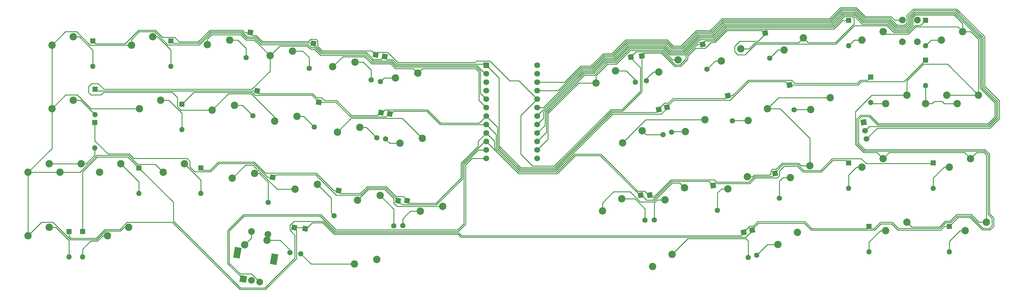
<source format=gbl>
G04 #@! TF.GenerationSoftware,KiCad,Pcbnew,(6.0.6-69-g6d26e8e3e8)*
G04 #@! TF.CreationDate,2022-07-20T16:20:59-04:00*
G04 #@! TF.ProjectId,alish40,616c6973-6834-4302-9e6b-696361645f70,rev?*
G04 #@! TF.SameCoordinates,Original*
G04 #@! TF.FileFunction,Copper,L2,Bot*
G04 #@! TF.FilePolarity,Positive*
%FSLAX46Y46*%
G04 Gerber Fmt 4.6, Leading zero omitted, Abs format (unit mm)*
G04 Created by KiCad (PCBNEW (6.0.6-69-g6d26e8e3e8)) date 2022-07-20 16:20:59*
%MOMM*%
%LPD*%
G01*
G04 APERTURE LIST*
G04 Aperture macros list*
%AMHorizOval*
0 Thick line with rounded ends*
0 $1 width*
0 $2 $3 position (X,Y) of the first rounded end (center of the circle)*
0 $4 $5 position (X,Y) of the second rounded end (center of the circle)*
0 Add line between two ends*
20,1,$1,$2,$3,$4,$5,0*
0 Add two circle primitives to create the rounded ends*
1,1,$1,$2,$3*
1,1,$1,$4,$5*%
%AMRotRect*
0 Rectangle, with rotation*
0 The origin of the aperture is its center*
0 $1 length*
0 $2 width*
0 $3 Rotation angle, in degrees counterclockwise*
0 Add horizontal line*
21,1,$1,$2,0,0,$3*%
G04 Aperture macros list end*
G04 #@! TA.AperFunction,ComponentPad*
%ADD10C,2.200000*%
G04 #@! TD*
G04 #@! TA.AperFunction,ComponentPad*
%ADD11R,1.752600X1.752600*%
G04 #@! TD*
G04 #@! TA.AperFunction,ComponentPad*
%ADD12C,1.752600*%
G04 #@! TD*
G04 #@! TA.AperFunction,WasherPad*
%ADD13RotRect,3.200000X2.000000X80.000000*%
G04 #@! TD*
G04 #@! TA.AperFunction,ComponentPad*
%ADD14RotRect,2.000000X2.000000X80.000000*%
G04 #@! TD*
G04 #@! TA.AperFunction,ComponentPad*
%ADD15C,2.000000*%
G04 #@! TD*
G04 #@! TA.AperFunction,ComponentPad*
%ADD16RotRect,1.600000X1.600000X260.000000*%
G04 #@! TD*
G04 #@! TA.AperFunction,ComponentPad*
%ADD17HorizOval,1.600000X0.000000X0.000000X0.000000X0.000000X0*%
G04 #@! TD*
G04 #@! TA.AperFunction,ComponentPad*
%ADD18R,1.600000X1.600000*%
G04 #@! TD*
G04 #@! TA.AperFunction,ComponentPad*
%ADD19O,1.600000X1.600000*%
G04 #@! TD*
G04 #@! TA.AperFunction,ComponentPad*
%ADD20RotRect,1.600000X1.600000X280.000000*%
G04 #@! TD*
G04 #@! TA.AperFunction,ComponentPad*
%ADD21HorizOval,1.600000X0.000000X0.000000X0.000000X0.000000X0*%
G04 #@! TD*
G04 #@! TA.AperFunction,ComponentPad*
%ADD22RotRect,1.700000X1.700000X190.000000*%
G04 #@! TD*
G04 #@! TA.AperFunction,ComponentPad*
%ADD23HorizOval,1.700000X0.000000X0.000000X0.000000X0.000000X0*%
G04 #@! TD*
G04 #@! TA.AperFunction,Conductor*
%ADD24C,0.250000*%
G04 #@! TD*
G04 APERTURE END LIST*
D10*
X308208825Y-122876886D03*
X302396362Y-126480964D03*
X289448236Y-126184884D03*
X283635773Y-129788962D03*
X80545231Y-141336596D03*
X74195231Y-143876596D03*
X113882731Y-103236597D03*
X107532731Y-105776597D03*
X192235694Y-114705828D03*
X185541098Y-116104574D03*
X104357731Y-141336595D03*
X98007731Y-143876595D03*
X251927062Y-132800881D03*
X246114599Y-136404959D03*
X135953930Y-104781836D03*
X129259334Y-106180582D03*
X330106250Y-120749998D03*
X323756250Y-123289998D03*
X142026392Y-125196453D03*
X135331796Y-126595199D03*
X154714521Y-108089834D03*
X148019925Y-109488580D03*
X361062501Y-139799999D03*
X354712501Y-142339999D03*
X153332371Y-88502249D03*
X146637775Y-89900995D03*
X111501000Y-84186597D03*
X105151000Y-86726597D03*
X257999358Y-112386292D03*
X252186895Y-115990370D03*
X306282976Y-84528711D03*
X300470513Y-88132789D03*
X337250000Y-101700000D03*
X330900000Y-104240000D03*
X337249999Y-139800000D03*
X330899999Y-142340000D03*
X250001212Y-94452705D03*
X244188749Y-98056783D03*
X198308159Y-135120446D03*
X191613563Y-136519192D03*
X276759945Y-109078295D03*
X270947482Y-112682373D03*
D11*
X211350000Y-92770687D03*
D12*
X211350000Y-95310687D03*
X211350000Y-97850687D03*
X211350000Y-100390687D03*
X211350000Y-102930687D03*
X211350000Y-105470687D03*
X211350000Y-108010687D03*
X211350000Y-110550687D03*
X211350000Y-113090687D03*
X211350000Y-115630687D03*
X211350000Y-118170687D03*
X211350000Y-120710687D03*
X226590000Y-120710687D03*
X226590000Y-118170687D03*
X226590000Y-115630687D03*
X226590000Y-113090687D03*
X226590000Y-110550687D03*
X226590000Y-108010687D03*
X226590000Y-105470687D03*
X226590000Y-102930687D03*
X226590000Y-100390687D03*
X226590000Y-97850687D03*
X226590000Y-95310687D03*
X226590000Y-92770687D03*
D10*
X90070230Y-122286596D03*
X83720230Y-124826596D03*
X190853545Y-95118243D03*
X184158949Y-96516989D03*
X160786987Y-128504451D03*
X154092391Y-129903197D03*
X314281120Y-102462298D03*
X308468657Y-106066376D03*
X270687649Y-129492882D03*
X264875186Y-133096960D03*
X172092957Y-91810242D03*
X165398361Y-93208988D03*
X295520535Y-105770297D03*
X289708072Y-109374375D03*
X134571780Y-85194249D03*
X127877184Y-86592995D03*
X173475103Y-111397831D03*
X166780507Y-112796577D03*
X268761802Y-91144706D03*
X262949339Y-94748784D03*
D13*
X136822118Y-148938909D03*
X147851964Y-150883769D03*
D14*
X138572660Y-156863277D03*
D15*
X143496699Y-157731518D03*
X141034680Y-157297397D03*
X146014598Y-143451805D03*
X141090559Y-142583564D03*
D10*
X287522390Y-87836709D03*
X281709927Y-91440787D03*
X87688981Y-84186597D03*
X81338981Y-86726597D03*
X304481601Y-142877973D03*
X298669138Y-146482051D03*
X178584649Y-150986538D03*
X171890053Y-152385284D03*
X80545231Y-122286596D03*
X74195231Y-124826596D03*
X266960426Y-149493968D03*
X261147963Y-153098046D03*
X101976481Y-122286597D03*
X95626481Y-124826597D03*
X353918751Y-82649999D03*
X347568751Y-85189999D03*
X145753622Y-145197539D03*
X139059026Y-146596285D03*
X349156250Y-101700000D03*
X342806250Y-104240000D03*
X330106252Y-82650002D03*
X323756252Y-85190002D03*
X358681249Y-101700001D03*
X352331249Y-104240001D03*
X179547571Y-131812449D03*
X172852975Y-133211195D03*
X87688981Y-103236597D03*
X81338981Y-105776597D03*
X356300000Y-120750001D03*
X349950000Y-123290001D03*
X121026481Y-122286599D03*
X114676481Y-124826599D03*
D16*
X153870000Y-141470000D03*
D17*
X152546801Y-148974235D03*
D18*
X94240000Y-99970000D03*
D19*
X94240000Y-107590000D03*
D20*
X254630000Y-90300000D03*
D21*
X255953199Y-97804235D03*
D18*
X94200000Y-109900000D03*
D19*
X94200000Y-117520000D03*
D20*
X276068401Y-86437883D03*
D21*
X277391600Y-93942118D03*
D18*
X125910000Y-123556599D03*
D19*
X125910000Y-131176599D03*
D18*
X326400000Y-96300000D03*
D19*
X326400000Y-103920000D03*
D16*
X178221600Y-89617883D03*
D17*
X176898401Y-97122118D03*
D18*
X345120000Y-122020001D03*
D19*
X345120000Y-129640001D03*
D16*
X142781600Y-100417883D03*
D17*
X141458401Y-107922118D03*
D16*
X179871600Y-106987883D03*
D17*
X178548401Y-114492118D03*
D18*
X93580000Y-85456597D03*
D19*
X93580000Y-93076597D03*
D20*
X297768401Y-125157883D03*
D21*
X299091600Y-132662118D03*
D16*
X182481600Y-107347883D03*
D17*
X181158401Y-114852118D03*
D18*
X325900000Y-141070000D03*
D19*
X325900000Y-148690000D03*
D15*
X340380000Y-85730000D03*
X340380000Y-79230000D03*
X335880000Y-85730000D03*
X335880000Y-79230000D03*
D20*
X288375000Y-142900000D03*
D21*
X289698199Y-150404235D03*
D18*
X342800000Y-79280000D03*
D19*
X342800000Y-86900000D03*
D18*
X120270000Y-104430000D03*
D19*
X120270000Y-112050000D03*
D20*
X279218401Y-128787883D03*
D21*
X280541600Y-136292118D03*
D18*
X342790000Y-91230000D03*
D19*
X342790000Y-98850000D03*
D18*
X107410000Y-123556597D03*
D19*
X107410000Y-131176597D03*
D20*
X290950000Y-142225000D03*
D21*
X292273199Y-149729235D03*
D20*
X283640000Y-101900000D03*
D21*
X284963199Y-109404235D03*
D18*
X319800000Y-79260000D03*
D19*
X319800000Y-86880000D03*
D18*
X319780000Y-122019998D03*
D19*
X319780000Y-129639998D03*
D16*
X180971600Y-90117883D03*
D17*
X179648401Y-97622118D03*
D16*
X157141600Y-141787883D03*
D17*
X155818401Y-149292118D03*
D18*
X116950000Y-85456597D03*
D19*
X116950000Y-93076597D03*
D18*
X349910000Y-141069999D03*
D19*
X349910000Y-148689999D03*
D22*
X324260000Y-109880000D03*
D23*
X324701066Y-112381412D03*
X325142133Y-114882823D03*
D20*
X260278401Y-131667883D03*
D21*
X261601600Y-139172118D03*
D20*
X294811448Y-83130483D03*
D21*
X296134647Y-90634718D03*
D16*
X159631600Y-86197883D03*
D17*
X158308401Y-93702118D03*
D20*
X257940000Y-89930000D03*
D21*
X259263199Y-97434235D03*
D16*
X184950000Y-133380000D03*
D17*
X183626801Y-140884235D03*
D16*
X161211600Y-103797883D03*
D17*
X159888401Y-111302118D03*
D20*
X262950000Y-106050000D03*
D21*
X264273199Y-113554235D03*
D18*
X90525000Y-142606595D03*
D19*
X90525000Y-150226595D03*
D16*
X167120000Y-130347883D03*
D17*
X165796801Y-137852118D03*
D18*
X86475000Y-142606596D03*
D19*
X86475000Y-150226596D03*
D16*
X187661600Y-133347883D03*
D17*
X186338401Y-140852118D03*
D20*
X257538401Y-131717883D03*
D21*
X258861600Y-139222118D03*
D20*
X302110000Y-98640000D03*
D21*
X303433199Y-106144235D03*
D20*
X265480000Y-105330000D03*
D21*
X266803199Y-112834235D03*
D16*
X147381600Y-126367883D03*
D17*
X146058401Y-133872118D03*
D16*
X140751600Y-82937883D03*
D17*
X139428401Y-90442118D03*
D24*
X93580000Y-88220000D02*
X93580000Y-93076597D01*
X89546597Y-84186597D02*
X93580000Y-88220000D01*
X87688981Y-84186597D02*
X89546597Y-84186597D01*
X111501000Y-84186597D02*
X112956597Y-84186597D01*
X116950000Y-88180000D02*
X116950000Y-93076597D01*
X112956597Y-84186597D02*
X116950000Y-88180000D01*
X276068401Y-86437883D02*
X274587835Y-86437883D01*
X269280000Y-92650000D02*
X267914282Y-92650000D01*
X112286198Y-82230480D02*
X107289520Y-82230480D01*
X160882885Y-85414534D02*
X160882885Y-87047167D01*
X279637161Y-85457120D02*
X283215083Y-81879198D01*
X158800000Y-84930000D02*
X160398351Y-84930000D01*
X221670000Y-107850687D02*
X221670000Y-119440000D01*
X254630000Y-90590000D02*
X254630000Y-90300000D01*
X271145000Y-89880718D02*
X271145000Y-90785000D01*
X207988080Y-91931920D02*
X184820271Y-91931920D01*
X128587125Y-82211440D02*
X125067605Y-85730960D01*
X140751600Y-82937883D02*
X139103601Y-82937883D01*
X256251285Y-88678715D02*
X254630000Y-90300000D01*
X221670000Y-119440000D02*
X225220000Y-122990000D01*
X160398351Y-84930000D02*
X160882885Y-85414534D01*
X94400480Y-86277077D02*
X93580000Y-85456597D01*
X144285374Y-85641440D02*
X158088560Y-85641440D01*
X138377159Y-82211440D02*
X128587125Y-82211440D01*
X218360935Y-97380000D02*
X212440935Y-91460000D01*
X162247638Y-88411920D02*
X177015637Y-88411920D01*
X257450480Y-93410480D02*
X254630000Y-90590000D01*
X276802880Y-85457120D02*
X279637161Y-85457120D01*
X276068401Y-86191599D02*
X276802880Y-85457120D01*
X318005718Y-79260000D02*
X319800000Y-79260000D01*
X103242923Y-86277077D02*
X94400480Y-86277077D01*
X142484414Y-83840480D02*
X144285374Y-85641440D01*
X107289520Y-82230480D02*
X103242923Y-86277077D01*
X226590000Y-102930687D02*
X221039313Y-97380000D01*
X276068401Y-86437883D02*
X276068401Y-86191599D01*
X315386520Y-81879198D02*
X318005718Y-79260000D01*
X158088560Y-85641440D02*
X158800000Y-84930000D01*
X181754949Y-88866598D02*
X178972885Y-88866598D01*
X140751600Y-82937883D02*
X140751600Y-83101600D01*
X271145000Y-90785000D02*
X269280000Y-92650000D01*
X283215083Y-81879198D02*
X315386520Y-81879198D01*
X251942842Y-106001440D02*
X257450480Y-100493802D01*
X178972885Y-88866598D02*
X178221600Y-89617883D01*
X263942997Y-88678715D02*
X256251285Y-88678715D01*
X274587835Y-86437883D02*
X271145000Y-89880718D01*
X208460000Y-91460000D02*
X207988080Y-91931920D01*
X160882885Y-87047167D02*
X162247638Y-88411920D01*
X118074511Y-84332086D02*
X114387804Y-84332086D01*
X248635714Y-106001440D02*
X251942842Y-106001440D01*
X140751600Y-83101600D02*
X141490480Y-83840480D01*
X119473385Y-85730960D02*
X118074511Y-84332086D01*
X139103601Y-82937883D02*
X138377159Y-82211440D01*
X257450480Y-100493802D02*
X257450480Y-93410480D01*
X226590000Y-102930687D02*
X221670000Y-107850687D01*
X141490480Y-83840480D02*
X142484414Y-83840480D01*
X212440935Y-91460000D02*
X208460000Y-91460000D01*
X231647153Y-122990000D02*
X248635714Y-106001440D01*
X184820271Y-91931920D02*
X181754949Y-88866598D01*
X225220000Y-122990000D02*
X231647153Y-122990000D01*
X267914282Y-92650000D02*
X263942997Y-88678715D01*
X221039313Y-97380000D02*
X218360935Y-97380000D01*
X114387804Y-84332086D02*
X112286198Y-82230480D01*
X125067605Y-85730960D02*
X119473385Y-85730960D01*
X177015637Y-88411920D02*
X178221600Y-89617883D01*
X116950000Y-85456597D02*
X117673883Y-86180480D01*
X285690000Y-88660000D02*
X285690000Y-87040000D01*
X273972268Y-87689168D02*
X271594520Y-90066916D01*
X181660480Y-91010480D02*
X183263114Y-91010480D01*
X257900000Y-89970000D02*
X257900000Y-100680000D01*
X258741765Y-89128235D02*
X257940000Y-89930000D01*
X271594520Y-90971197D02*
X269466198Y-93099520D01*
X292739040Y-85520960D02*
X294811448Y-83448552D01*
X294811448Y-83130483D02*
X294593047Y-83130483D01*
X263756799Y-89128235D02*
X258741765Y-89128235D01*
X128773323Y-82660960D02*
X138190961Y-82660960D01*
X287209040Y-85520960D02*
X292739040Y-85520960D01*
X337510987Y-82957600D02*
X333383007Y-82957600D01*
X183263114Y-91010480D02*
X184634074Y-92381440D01*
X159524677Y-86090960D02*
X159631600Y-86197883D01*
X159631600Y-86197883D02*
X159631600Y-86431600D01*
X321530000Y-80880000D02*
X315990000Y-86420000D01*
X292020000Y-86420000D02*
X288840000Y-89600000D01*
X278634278Y-85906640D02*
X276851750Y-87689168D01*
X221701705Y-123439520D02*
X215159040Y-116896855D01*
X288840000Y-89600000D02*
X286630000Y-89600000D01*
X279823358Y-85906640D02*
X278634278Y-85906640D01*
X215159040Y-96579727D02*
X211350000Y-92770687D01*
X117673883Y-86180480D02*
X125253802Y-86180480D01*
X257900000Y-100680000D02*
X252129040Y-106450960D01*
X184634074Y-92381440D02*
X210960753Y-92381440D01*
X331305407Y-80880000D02*
X321530000Y-80880000D01*
X342800000Y-79280000D02*
X341270000Y-80810000D01*
X294593047Y-83130483D02*
X293791282Y-82328718D01*
X294811448Y-83448552D02*
X294811448Y-83130483D01*
X293791282Y-82328718D02*
X283401280Y-82328718D01*
X231833351Y-123439520D02*
X221701705Y-123439520D01*
X248821911Y-106450960D02*
X231833351Y-123439520D01*
X271594520Y-90066916D02*
X271594520Y-90971197D01*
X125253802Y-86180480D02*
X128773323Y-82660960D01*
X333383007Y-82957600D02*
X331305407Y-80880000D01*
X175421440Y-88861440D02*
X177570480Y-91010480D01*
X144099176Y-86090960D02*
X159524677Y-86090960D01*
X210960753Y-92381440D02*
X211350000Y-92770687D01*
X162061440Y-88861440D02*
X175421440Y-88861440D01*
X257940000Y-89930000D02*
X257900000Y-89970000D01*
X180812117Y-90117883D02*
X180971600Y-90117883D01*
X285690000Y-87040000D02*
X287209040Y-85520960D01*
X286630000Y-89600000D02*
X285690000Y-88660000D01*
X159631600Y-86431600D02*
X162061440Y-88861440D01*
X180971600Y-90117883D02*
X180971600Y-90321600D01*
X276851750Y-87689168D02*
X273972268Y-87689168D01*
X267728084Y-93099520D02*
X263756799Y-89128235D01*
X180971600Y-90321600D02*
X181660480Y-91010480D01*
X179919520Y-91010480D02*
X180812117Y-90117883D01*
X142298216Y-84290000D02*
X144099176Y-86090960D01*
X283401280Y-82328718D02*
X279823358Y-85906640D01*
X177570480Y-91010480D02*
X179919520Y-91010480D01*
X215159040Y-116896855D02*
X215159040Y-96579727D01*
X315990000Y-86420000D02*
X292020000Y-86420000D01*
X139820001Y-84290000D02*
X142298216Y-84290000D01*
X269466198Y-93099520D02*
X267728084Y-93099520D01*
X138190961Y-82660960D02*
X139820001Y-84290000D01*
X341270000Y-80810000D02*
X339658587Y-80810000D01*
X252129040Y-106450960D02*
X248821911Y-106450960D01*
X339658587Y-80810000D02*
X337510987Y-82957600D01*
X283640000Y-102100000D02*
X282970000Y-102770000D01*
X143480480Y-101290480D02*
X142781600Y-100591600D01*
X302724634Y-97220000D02*
X289718238Y-97220000D01*
X170956198Y-107790480D02*
X166514081Y-103348363D01*
X221515507Y-123889040D02*
X214709520Y-117083053D01*
X162928363Y-103348363D02*
X162090000Y-102510000D01*
X326400000Y-96311686D02*
X325491686Y-97220000D01*
X142781600Y-100417883D02*
X94687883Y-100417883D01*
X181033402Y-106096598D02*
X193742316Y-106096598D01*
X162090000Y-102510000D02*
X160559435Y-102510000D01*
X282970000Y-102770000D02*
X267174282Y-102770000D01*
X323394282Y-97220000D02*
X322423802Y-98190480D01*
X94687883Y-100417883D02*
X94240000Y-99970000D01*
X179871600Y-106987883D02*
X180142117Y-106987883D01*
X193742316Y-106096598D02*
X197746885Y-110101167D01*
X214709520Y-117083053D02*
X214709520Y-111370207D01*
X325491686Y-97220000D02*
X323394282Y-97220000D01*
X249008109Y-106900480D02*
X232019548Y-123889040D01*
X262950000Y-106190000D02*
X262239520Y-106900480D01*
X142781600Y-100591600D02*
X142781600Y-100417883D01*
X214709520Y-111370207D02*
X211350000Y-108010687D01*
X326400000Y-96300000D02*
X326400000Y-96311686D01*
X262239520Y-106900480D02*
X249008109Y-106900480D01*
X303695114Y-98190480D02*
X302724634Y-97220000D01*
X262950000Y-106050000D02*
X262950000Y-106190000D01*
X322423802Y-98190480D02*
X303695114Y-98190480D01*
X289718238Y-97220000D02*
X285038238Y-101900000D01*
X197746885Y-110101167D02*
X209259520Y-110101167D01*
X262950000Y-105770000D02*
X262950000Y-106050000D01*
X160559435Y-102510000D02*
X159339915Y-101290480D01*
X166514081Y-103348363D02*
X162928363Y-103348363D01*
X265865567Y-104078715D02*
X264641285Y-104078715D01*
X232019548Y-123889040D02*
X221515507Y-123889040D01*
X267174282Y-102770000D02*
X265865567Y-104078715D01*
X179553077Y-106987883D02*
X178750480Y-107790480D01*
X178750480Y-107790480D02*
X170956198Y-107790480D01*
X285038238Y-101900000D02*
X283640000Y-101900000D01*
X283640000Y-101900000D02*
X283640000Y-102100000D01*
X209259520Y-110101167D02*
X211350000Y-108010687D01*
X180142117Y-106987883D02*
X181033402Y-106096598D01*
X159339915Y-101290480D02*
X143480480Y-101290480D01*
X179871600Y-106987883D02*
X179553077Y-106987883D01*
X264641285Y-104078715D02*
X262950000Y-105770000D01*
X322610000Y-98640000D02*
X302110000Y-98640000D01*
X284355114Y-103219520D02*
X267360480Y-103219520D01*
X166327883Y-103797883D02*
X170770000Y-108240000D01*
X182782117Y-107347883D02*
X183583882Y-106546118D01*
X141196486Y-100867403D02*
X142069083Y-101740000D01*
X181350000Y-108240000D02*
X182242117Y-107347883D01*
X249194307Y-107350000D02*
X232205747Y-124338560D01*
X336350480Y-97669520D02*
X323580480Y-97669520D01*
X342790000Y-91230000D02*
X336350480Y-97669520D01*
X142069083Y-101740000D02*
X159153717Y-101740000D01*
X267360480Y-103219520D02*
X265480000Y-105100000D01*
X159153717Y-101740000D02*
X161211600Y-103797883D01*
X302110000Y-98640000D02*
X301860000Y-98640000D01*
X232205747Y-124338560D02*
X221329309Y-124338560D01*
X265480000Y-105590000D02*
X263720000Y-107350000D01*
X182242117Y-107347883D02*
X182481600Y-107347883D01*
X265480000Y-105330000D02*
X265480000Y-105590000D01*
X265480000Y-105100000D02*
X265480000Y-105330000D01*
X214260000Y-113460687D02*
X211350000Y-110550687D01*
X301860000Y-98640000D02*
X300889520Y-97669520D01*
X182481600Y-107347883D02*
X182782117Y-107347883D01*
X197560687Y-110550687D02*
X211350000Y-110550687D01*
X214260000Y-117269251D02*
X214260000Y-113460687D01*
X183583882Y-106546118D02*
X193556118Y-106546118D01*
X263720000Y-107350000D02*
X249194307Y-107350000D01*
X193556118Y-106546118D02*
X197560687Y-110550687D01*
X300889520Y-97669520D02*
X289905114Y-97669520D01*
X221329309Y-124338560D02*
X214260000Y-117269251D01*
X123832597Y-100867403D02*
X141196486Y-100867403D01*
X323580480Y-97669520D02*
X322610000Y-98640000D01*
X289905114Y-97669520D02*
X284355114Y-103219520D01*
X120270000Y-104430000D02*
X123832597Y-100867403D01*
X170770000Y-108240000D02*
X181350000Y-108240000D01*
X161211600Y-103797883D02*
X166327883Y-103797883D01*
X311580478Y-124769520D02*
X315089998Y-121260000D01*
X278000038Y-127569520D02*
X266779044Y-127569520D01*
X291866198Y-126559520D02*
X298401398Y-126559520D01*
X175837973Y-129590480D02*
X173768452Y-131660000D01*
X196470832Y-134599168D02*
X204240480Y-126829520D01*
X94200000Y-109900000D02*
X94200000Y-115420000D01*
X181160480Y-129590480D02*
X175837973Y-129590480D01*
X261108084Y-133240480D02*
X259320480Y-133240480D01*
X184950000Y-133380000D02*
X186169168Y-134599168D01*
X160296118Y-125566118D02*
X148396118Y-125566118D01*
X211350000Y-115630687D02*
X220956913Y-125237600D01*
X124065600Y-124690000D02*
X122630000Y-123254400D01*
X315089998Y-121260000D02*
X319020002Y-121260000D01*
X279218401Y-128787883D02*
X278000038Y-127569520D01*
X147381600Y-126367883D02*
X145853601Y-126367883D01*
X184950000Y-133380000D02*
X181160480Y-129590480D01*
X237975741Y-119840000D02*
X245410000Y-119840000D01*
X257287883Y-131717883D02*
X257538401Y-131717883D01*
X259320480Y-133240480D02*
X257797883Y-131717883D01*
X279218401Y-128787883D02*
X279786764Y-128219520D01*
X122630000Y-121500000D02*
X121820000Y-120690000D01*
X131373520Y-122226480D02*
X128910000Y-124690000D01*
X148396118Y-125566118D02*
X147594353Y-126367883D01*
X122630000Y-123254400D02*
X122630000Y-121500000D01*
X319020002Y-121260000D02*
X319780000Y-122019998D01*
X257797883Y-131717883D02*
X257538401Y-131717883D01*
X279786764Y-128219520D02*
X290206198Y-128219520D01*
X210887877Y-115630687D02*
X211350000Y-115630687D01*
X299060000Y-124502002D02*
X300523922Y-123038080D01*
X232578141Y-125237600D02*
X237975741Y-119840000D01*
X204240480Y-126829520D02*
X204240480Y-122278084D01*
X220956913Y-125237600D02*
X232578141Y-125237600D01*
X204240480Y-122278084D02*
X210887877Y-115630687D01*
X166390000Y-131660000D02*
X160296118Y-125566118D01*
X94200000Y-115420000D02*
X98110960Y-119330960D01*
X121820000Y-120690000D02*
X105814838Y-120690000D01*
X147594353Y-126367883D02*
X147381600Y-126367883D01*
X141712198Y-122226480D02*
X131373520Y-122226480D01*
X266779044Y-127569520D02*
X261108084Y-133240480D01*
X105814838Y-120690000D02*
X104532419Y-119407581D01*
X104455797Y-119330960D02*
X98110960Y-119330960D01*
X306179741Y-124769520D02*
X311580478Y-124769520D01*
X104532419Y-119407581D02*
X104455797Y-119330960D01*
X128910000Y-124690000D02*
X124065600Y-124690000D01*
X186169168Y-134599168D02*
X196470832Y-134599168D01*
X300523922Y-123038080D02*
X304448301Y-123038080D01*
X298401398Y-126559520D02*
X299060000Y-125900918D01*
X290206198Y-128219520D02*
X291866198Y-126559520D01*
X173768452Y-131660000D02*
X166390000Y-131660000D01*
X245410000Y-119840000D02*
X257287883Y-131717883D01*
X304448301Y-123038080D02*
X306179741Y-124769520D01*
X299060000Y-125900918D02*
X299060000Y-124502002D01*
X145853601Y-126367883D02*
X141712198Y-122226480D01*
X128723802Y-124240480D02*
X126593881Y-124240480D01*
X345120000Y-122020001D02*
X344965492Y-122174509D01*
X145238034Y-125116598D02*
X141898395Y-121776960D01*
X232391944Y-124788080D02*
X221143111Y-124788080D01*
X258776598Y-130466598D02*
X256672316Y-130466598D01*
X167120000Y-130347883D02*
X167120000Y-130600000D01*
X237789544Y-119390480D02*
X232391944Y-124788080D01*
X186608715Y-132128715D02*
X187661600Y-133181600D01*
X126593881Y-124240480D02*
X125910000Y-123556599D01*
X280235152Y-127770000D02*
X279585152Y-127120000D01*
X260870518Y-132260000D02*
X260278401Y-131667883D01*
X323630480Y-120810480D02*
X314903801Y-120810480D01*
X131187323Y-121776960D02*
X128723802Y-124240480D01*
X261452846Y-132260000D02*
X260870518Y-132260000D01*
X245596198Y-119390480D02*
X237789544Y-119390480D01*
X300101440Y-122588560D02*
X297768401Y-124921599D01*
X324994509Y-122174509D02*
X323630480Y-120810480D01*
X297060000Y-126110000D02*
X291680000Y-126110000D01*
X344965492Y-122174509D02*
X324994509Y-122174509D01*
X167120000Y-130600000D02*
X167730480Y-131210480D01*
X314903801Y-120810480D02*
X311394281Y-124320000D01*
X213810480Y-115551167D02*
X211350000Y-113090687D01*
X297768401Y-125401599D02*
X297060000Y-126110000D01*
X266592846Y-127120000D02*
X261452846Y-132260000D01*
X160482316Y-125116598D02*
X145238034Y-125116598D01*
X208870000Y-117012846D02*
X208870000Y-115570687D01*
X297768401Y-125157883D02*
X297768401Y-125401599D01*
X279585152Y-127120000D02*
X266592846Y-127120000D01*
X304634499Y-122588560D02*
X300101440Y-122588560D01*
X291680000Y-126110000D02*
X290020000Y-127770000D01*
X213810480Y-117455448D02*
X213810480Y-115551167D01*
X167120000Y-130347883D02*
X165713601Y-130347883D01*
X221143111Y-124788080D02*
X213810480Y-117455448D01*
X196284634Y-134149648D02*
X203790960Y-126643322D01*
X203790960Y-126643322D02*
X203790960Y-122091886D01*
X306365939Y-124320000D02*
X304634499Y-122588560D01*
X187661600Y-133347883D02*
X187661600Y-133611600D01*
X181346678Y-129140960D02*
X184334433Y-132128715D01*
X259977883Y-131667883D02*
X258776598Y-130466598D01*
X187661600Y-133611600D02*
X188199648Y-134149648D01*
X260278401Y-131667883D02*
X259977883Y-131667883D01*
X203790960Y-122091886D02*
X208870000Y-117012846D01*
X187661600Y-133181600D02*
X187661600Y-133347883D01*
X141898395Y-121776960D02*
X131187323Y-121776960D01*
X175651776Y-129140960D02*
X181346678Y-129140960D01*
X256672316Y-130466598D02*
X252493323Y-126287606D01*
X297768401Y-124921599D02*
X297768401Y-125157883D01*
X188199648Y-134149648D02*
X196284634Y-134149648D01*
X252493323Y-126287606D02*
X245596198Y-119390480D01*
X311394281Y-124320000D02*
X306365939Y-124320000D01*
X184334433Y-132128715D02*
X186608715Y-132128715D01*
X290020000Y-127770000D02*
X280235152Y-127770000D01*
X165713601Y-130347883D02*
X160482316Y-125116598D01*
X173582254Y-131210480D02*
X175651776Y-129140960D01*
X167730480Y-131210480D02*
X173582254Y-131210480D01*
X208870000Y-115570687D02*
X211350000Y-113090687D01*
X203950480Y-143860480D02*
X203129168Y-143039168D01*
X337138593Y-82058560D02*
X338605969Y-80591185D01*
X334706198Y-141710480D02*
X332856197Y-139860480D01*
X290166651Y-140973715D02*
X288375000Y-142765366D01*
X137786198Y-159560480D02*
X117690000Y-139464282D01*
X145053802Y-159560480D02*
X137786198Y-159560480D01*
X363550000Y-104010000D02*
X363550000Y-108202846D01*
X325900000Y-141280000D02*
X325435009Y-141744991D01*
X266558111Y-88750960D02*
X270367604Y-88750960D01*
X228480000Y-108660686D02*
X228480000Y-106672850D01*
X228480000Y-106672850D02*
X240376835Y-94776014D01*
X154060480Y-143680480D02*
X154060480Y-150553802D01*
X324054278Y-79978560D02*
X331675402Y-79978560D01*
X329293802Y-139860480D02*
X327409291Y-141744991D01*
X361512021Y-119542022D02*
X361512021Y-137487739D01*
X162548563Y-139570000D02*
X153735366Y-139570000D01*
X348944511Y-139945488D02*
X347179519Y-141710480D01*
X203129168Y-143039168D02*
X166017732Y-143039168D01*
X359130769Y-84790770D02*
X359130769Y-99590769D01*
X333755402Y-82058560D02*
X337138593Y-82058560D01*
X362760480Y-138736198D02*
X362760480Y-140873802D01*
X324470000Y-118470000D02*
X360440000Y-118470000D01*
X264687786Y-86880635D02*
X266558111Y-88750960D01*
X328696678Y-110240960D02*
X326186198Y-107730480D01*
X325900000Y-141070000D02*
X325900000Y-141280000D01*
X359130769Y-99590769D02*
X363550000Y-104010000D01*
X270367604Y-88750960D02*
X275010005Y-84108560D01*
X306736197Y-139690480D02*
X292533802Y-139690480D01*
X166017732Y-143039168D02*
X162548563Y-139570000D01*
X363550000Y-108202846D02*
X361511886Y-110240960D01*
X361511886Y-110240960D02*
X328696678Y-110240960D01*
X322270480Y-108783802D02*
X322270480Y-116270479D01*
X360050480Y-141690480D02*
X356289520Y-137929520D01*
X94950000Y-120230000D02*
X104083403Y-120230000D01*
X104083403Y-120230000D02*
X107410000Y-123556597D01*
X338605969Y-80591185D02*
X338605969Y-78348314D01*
X247101408Y-91041440D02*
X249704278Y-91041440D01*
X323323802Y-107730480D02*
X322270480Y-108783802D01*
X352414761Y-137929520D02*
X350398793Y-139945488D01*
X152550000Y-142184634D02*
X153086651Y-142721285D01*
X322270480Y-116270479D02*
X324470000Y-118470000D01*
X360703322Y-118733323D02*
X361512021Y-119542022D01*
X226590000Y-110550687D02*
X228480000Y-108660686D01*
X291250567Y-140973715D02*
X290166651Y-140973715D01*
X288375000Y-142900000D02*
X288375000Y-143055000D01*
X318122117Y-77236449D02*
X321312167Y-77236449D01*
X282656492Y-80530638D02*
X314827926Y-80530638D01*
X152550000Y-140755366D02*
X152550000Y-142184634D01*
X243366833Y-94776014D02*
X247101408Y-91041440D01*
X90525000Y-124655000D02*
X94950000Y-120230000D01*
X153101285Y-142721285D02*
X154060480Y-143680480D01*
X338605969Y-78348314D02*
X339717834Y-77236449D01*
X117690000Y-139464282D02*
X117690000Y-133836597D01*
X361943802Y-141690480D02*
X360050480Y-141690480D01*
X154060480Y-150553802D02*
X145053802Y-159560480D01*
X326186198Y-107730480D02*
X323323802Y-107730480D01*
X308790709Y-141744991D02*
X306736197Y-139690480D01*
X288375000Y-143055000D02*
X287569520Y-143860480D01*
X339717834Y-77236449D02*
X351576448Y-77236449D01*
X117690000Y-133836597D02*
X107410000Y-123556597D01*
X331675402Y-79978560D02*
X333755402Y-82058560D01*
X279078568Y-84108560D02*
X282656492Y-80530638D01*
X321312167Y-77236449D02*
X324054278Y-79978560D01*
X362760480Y-140873802D02*
X361943802Y-141690480D01*
X240376835Y-94776014D02*
X243366833Y-94776014D01*
X327409291Y-141744991D02*
X326574991Y-141744991D01*
X153735366Y-139570000D02*
X152550000Y-140755366D01*
X90525000Y-142606595D02*
X90525000Y-124655000D01*
X292533802Y-139690480D02*
X291250567Y-140973715D01*
X287569520Y-143860480D02*
X203950480Y-143860480D01*
X325435009Y-141744991D02*
X308790709Y-141744991D01*
X356289520Y-137929520D02*
X352414761Y-137929520D01*
X361512021Y-137487739D02*
X362760480Y-138736198D01*
X350398793Y-139945488D02*
X348944511Y-139945488D01*
X332856197Y-139860480D02*
X329293802Y-139860480D01*
X360440000Y-118470000D02*
X360703322Y-118733323D01*
X326574991Y-141744991D02*
X325900000Y-141070000D01*
X347179519Y-141710480D02*
X334706198Y-141710480D01*
X153086651Y-142721285D02*
X153101285Y-142721285D01*
X249704278Y-91041440D02*
X253865084Y-86880635D01*
X351576448Y-77236449D02*
X359130769Y-84790770D01*
X275010005Y-84108560D02*
X279078568Y-84108560D01*
X253865084Y-86880635D02*
X264687786Y-86880635D01*
X314827926Y-80530638D02*
X318122117Y-77236449D01*
X288375000Y-142765366D02*
X288375000Y-142900000D01*
X323510000Y-108180000D02*
X326000000Y-108180000D01*
X278892369Y-83659040D02*
X274823806Y-83659040D01*
X359864282Y-142140000D02*
X362130000Y-142140000D01*
X317935919Y-76786929D02*
X317672597Y-77050252D01*
X266744310Y-88301440D02*
X264873985Y-86431115D01*
X203764282Y-144310000D02*
X202942970Y-143488688D01*
X362130000Y-142140000D02*
X363210000Y-141060000D01*
X153870000Y-141470000D02*
X156823717Y-141470000D01*
X292720000Y-140140000D02*
X290950000Y-141910000D01*
X157462117Y-141787883D02*
X157141600Y-141787883D01*
X101659520Y-141990480D02*
X97213802Y-141990480D01*
X332670000Y-140310000D02*
X329480000Y-140310000D01*
X253678887Y-86431115D02*
X249518080Y-90591920D01*
X274823806Y-83659040D02*
X270181406Y-88301440D01*
X334520000Y-142160000D02*
X332670000Y-140310000D01*
X349910000Y-141069999D02*
X348455718Y-141069999D01*
X243180635Y-94326494D02*
X240190639Y-94326494D01*
X226590000Y-107927132D02*
X226590000Y-108010687D01*
X363210000Y-141060000D02*
X363210000Y-138550000D01*
X308604511Y-142194511D02*
X306550000Y-140140000D01*
X290950000Y-142225000D02*
X290950000Y-142430000D01*
X359580289Y-99404571D02*
X359580289Y-84604572D01*
X324656198Y-118020480D02*
X322720000Y-116084282D01*
X348455718Y-141069999D02*
X347365717Y-142160000D01*
X322720000Y-116084282D02*
X322720000Y-108970000D01*
X352600959Y-138379040D02*
X356103322Y-138379040D01*
X103840000Y-139810000D02*
X101659520Y-141990480D01*
X290950000Y-141910000D02*
X290950000Y-142225000D01*
X328510480Y-110690480D02*
X361698084Y-110690480D01*
X159230480Y-140019520D02*
X157462117Y-141787883D01*
X162362366Y-140019520D02*
X159230480Y-140019520D01*
X356103322Y-138379040D02*
X359864282Y-142140000D01*
X306550000Y-140140000D02*
X292720000Y-140140000D01*
X282470291Y-80081118D02*
X278892369Y-83659040D01*
X359580289Y-84604572D02*
X351762646Y-76786929D01*
X86475000Y-144063564D02*
X86475000Y-142606596D01*
X94583802Y-144620480D02*
X87031916Y-144620480D01*
X331861600Y-79529040D02*
X324240476Y-79529040D01*
X289070000Y-144310000D02*
X203764282Y-144310000D01*
X246915211Y-90591920D02*
X243180635Y-94326494D01*
X347365717Y-142160000D02*
X334520000Y-142160000D01*
X240190639Y-94326494D02*
X226590000Y-107927132D01*
X329480000Y-140310000D02*
X327595489Y-142194511D01*
X363210000Y-138550000D02*
X361961541Y-137301541D01*
X145240000Y-160010000D02*
X137600000Y-160010000D01*
X363999520Y-108389044D02*
X363999520Y-103823803D01*
X321498365Y-76786929D02*
X317935919Y-76786929D01*
X361961541Y-119355824D02*
X360626197Y-118020480D01*
X363999520Y-103823803D02*
X359580289Y-99404571D01*
X336952395Y-81609040D02*
X333941600Y-81609040D01*
X338156449Y-80404987D02*
X336952395Y-81609040D01*
X327595489Y-142194511D02*
X308604511Y-142194511D01*
X339531636Y-76786929D02*
X338156449Y-78162116D01*
X290950000Y-142430000D02*
X289070000Y-144310000D01*
X333941600Y-81609040D02*
X331861600Y-79529040D01*
X87031916Y-144620480D02*
X86475000Y-144063564D01*
X97213802Y-141990480D02*
X94583802Y-144620480D01*
X153870000Y-141470000D02*
X154510000Y-142110000D01*
X154510000Y-142110000D02*
X154510000Y-150740000D01*
X338156449Y-78162116D02*
X338156449Y-80404987D01*
X264873985Y-86431115D02*
X253678887Y-86431115D01*
X361698084Y-110690480D02*
X363999520Y-108389044D01*
X165831534Y-143488688D02*
X162362366Y-140019520D01*
X117400000Y-139810000D02*
X103840000Y-139810000D01*
X322720000Y-108970000D02*
X323510000Y-108180000D01*
X156823717Y-141470000D02*
X157141600Y-141787883D01*
X326000000Y-108180000D02*
X328510480Y-110690480D01*
X137600000Y-160010000D02*
X117400000Y-139810000D01*
X360626197Y-118020480D02*
X324656198Y-118020480D01*
X314641728Y-80081118D02*
X282470291Y-80081118D01*
X249518080Y-90591920D02*
X246915211Y-90591920D01*
X270181406Y-88301440D02*
X266744310Y-88301440D01*
X317672597Y-77050252D02*
X314641728Y-80081118D01*
X324240476Y-79529040D02*
X321498365Y-76786929D01*
X154510000Y-150740000D02*
X145240000Y-160010000D01*
X361961541Y-137301541D02*
X361961541Y-119355824D01*
X351762646Y-76786929D02*
X339531636Y-76786929D01*
X202942970Y-143488688D02*
X165831534Y-143488688D01*
X349910000Y-141069999D02*
X352600959Y-138379040D01*
X134122993Y-101316923D02*
X141010288Y-101316923D01*
X184261679Y-93280480D02*
X208373326Y-93280480D01*
X159827252Y-87898688D02*
X161689045Y-89760480D01*
X148019925Y-108326560D02*
X148019925Y-109488580D01*
X177198085Y-91909520D02*
X182890718Y-91909520D01*
X139250995Y-122676000D02*
X141526000Y-122676000D01*
X119910582Y-106180582D02*
X118865000Y-105135000D01*
X157753366Y-86990000D02*
X158662055Y-87898688D01*
X129259334Y-106180582D02*
X134122993Y-101316923D01*
X146637775Y-89900995D02*
X141925820Y-85189040D01*
X96928363Y-99968363D02*
X141171637Y-99968363D01*
X175049045Y-89760480D02*
X177198085Y-91909520D01*
X117357403Y-100867403D02*
X96772597Y-100867403D01*
X92260000Y-100880000D02*
X92260000Y-99190000D01*
X209560000Y-101140687D02*
X211350000Y-102930687D01*
X149548770Y-86990000D02*
X157753366Y-86990000D01*
X148753197Y-129903197D02*
X154092391Y-129903197D01*
X209560000Y-94467154D02*
X209560000Y-101140687D01*
X141010288Y-101316923D02*
X148019925Y-108326560D01*
X96030000Y-101610000D02*
X92990000Y-101610000D01*
X118865000Y-102375000D02*
X117357403Y-100867403D01*
X146637775Y-89900995D02*
X149548770Y-86990000D01*
X182890718Y-91909520D02*
X184261679Y-93280480D01*
X137818566Y-83560000D02*
X129145718Y-83560000D01*
X141171637Y-99968363D02*
X146637775Y-94502225D01*
X146637775Y-94502225D02*
X146637775Y-89900995D01*
X141090559Y-144564752D02*
X139059026Y-146596285D01*
X93220000Y-98230000D02*
X95190000Y-98230000D01*
X158662055Y-87898688D02*
X159827252Y-87898688D01*
X141090559Y-142583564D02*
X141090559Y-144564752D01*
X129145718Y-83560000D02*
X127877184Y-84828534D01*
X127877184Y-84828534D02*
X127877184Y-86592995D01*
X92260000Y-99190000D02*
X93220000Y-98230000D01*
X96772597Y-100867403D02*
X96030000Y-101610000D01*
X118865000Y-105135000D02*
X118865000Y-102375000D01*
X141925820Y-85189040D02*
X139447606Y-85189040D01*
X141526000Y-122676000D02*
X148753197Y-129903197D01*
X139447606Y-85189040D02*
X137818566Y-83560000D01*
X208373326Y-93280480D02*
X209560000Y-94467154D01*
X95190000Y-98230000D02*
X96928363Y-99968363D01*
X135331796Y-126595199D02*
X139250995Y-122676000D01*
X161689045Y-89760480D02*
X175049045Y-89760480D01*
X129259334Y-106180582D02*
X119910582Y-106180582D01*
X92990000Y-101610000D02*
X92260000Y-100880000D01*
X207079313Y-120710687D02*
X211350000Y-120710687D01*
X166203930Y-142589648D02*
X202986070Y-142589648D01*
X134410000Y-152064899D02*
X134410000Y-142420000D01*
X202986070Y-142589648D02*
X205139520Y-140436198D01*
X161583802Y-137969520D02*
X166203930Y-142589648D01*
X138860480Y-137969520D02*
X161583802Y-137969520D01*
X134410000Y-142420000D02*
X138860480Y-137969520D01*
X137645101Y-155300000D02*
X134410000Y-152064899D01*
X141065181Y-155300000D02*
X137645101Y-155300000D01*
X205139520Y-140436198D02*
X205139520Y-122650480D01*
X205139520Y-122650480D02*
X207079313Y-120710687D01*
X143496699Y-157731518D02*
X141065181Y-155300000D01*
X208983595Y-118170687D02*
X211350000Y-118170687D01*
X133960480Y-142233802D02*
X138674283Y-137520000D01*
X161770000Y-137520000D02*
X166390128Y-142140128D01*
X166390128Y-142140128D02*
X202799872Y-142140128D01*
X133960480Y-152251096D02*
X133960480Y-142233802D01*
X204690000Y-122464282D02*
X208983595Y-118170687D01*
X202799872Y-142140128D02*
X204690000Y-140250000D01*
X138572660Y-156863277D02*
X133960480Y-152251096D01*
X204690000Y-140250000D02*
X204690000Y-122464282D01*
X138674283Y-137520000D02*
X161770000Y-137520000D01*
X246729013Y-90142400D02*
X246465691Y-90405723D01*
X324426673Y-79079520D02*
X321684562Y-76337409D01*
X253492689Y-85981595D02*
X253229367Y-86244918D01*
X314455530Y-79631598D02*
X282284094Y-79631598D01*
X249331882Y-90142400D02*
X246729013Y-90142400D01*
X269995208Y-87851920D02*
X266930507Y-87851920D01*
X332047797Y-79079520D02*
X324426673Y-79079520D01*
X324701066Y-112381412D02*
X325942478Y-111140000D01*
X278706172Y-83209520D02*
X274637608Y-83209520D01*
X282284094Y-79631598D02*
X278706172Y-83209520D01*
X360029809Y-99218373D02*
X360029809Y-84418374D01*
X274637608Y-83209520D02*
X269995208Y-87851920D01*
X253229367Y-86244918D02*
X249331882Y-90142400D01*
X334127797Y-81159520D02*
X332047797Y-79079520D01*
X246465691Y-90405723D02*
X242994437Y-93876974D01*
X265060182Y-85981595D02*
X253492689Y-85981595D01*
X337706929Y-80218789D02*
X336766198Y-81159520D01*
X339345438Y-76337409D02*
X337706929Y-77975918D01*
X364449040Y-108575241D02*
X364449040Y-103637605D01*
X240004441Y-93876974D02*
X228410728Y-105470687D01*
X336766198Y-81159520D02*
X334127797Y-81159520D01*
X242994437Y-93876974D02*
X240004441Y-93876974D01*
X361884282Y-111140000D02*
X364449040Y-108575241D01*
X228410728Y-105470687D02*
X226590000Y-105470687D01*
X337706929Y-77975918D02*
X337706929Y-80218789D01*
X351948843Y-76337409D02*
X339345438Y-76337409D01*
X317749721Y-76337410D02*
X314455530Y-79631598D01*
X360029809Y-84418374D02*
X351948843Y-76337409D01*
X364449040Y-103637605D02*
X360029809Y-99218373D01*
X325942478Y-111140000D02*
X361884282Y-111140000D01*
X321684562Y-76337409D02*
X317749721Y-76337410D01*
X266930507Y-87851920D02*
X265060182Y-85981595D01*
X328435436Y-111589520D02*
X362070480Y-111589520D01*
X246542815Y-89692881D02*
X242808242Y-93427454D01*
X324612870Y-78630000D02*
X321870759Y-75887889D01*
X360479329Y-99032175D02*
X360479329Y-84232176D01*
X337257409Y-77789720D02*
X337257409Y-80032591D01*
X339159240Y-75887889D02*
X337257409Y-77789720D01*
X321870759Y-75887889D02*
X317563524Y-75887890D01*
X314269332Y-79182078D02*
X282097896Y-79182078D01*
X278519974Y-82760000D02*
X274451410Y-82760000D01*
X332233994Y-78630000D02*
X324612870Y-78630000D01*
X334313994Y-80710000D02*
X332233994Y-78630000D01*
X232855010Y-100390687D02*
X226590000Y-100390687D01*
X267116705Y-87402400D02*
X265246379Y-85532075D01*
X337257409Y-80032591D02*
X336580000Y-80710000D01*
X352135040Y-75887889D02*
X339159240Y-75887889D01*
X282097896Y-79182078D02*
X278519974Y-82760000D01*
X364898560Y-108761438D02*
X364898560Y-103451407D01*
X274451410Y-82760000D02*
X269809010Y-87402400D01*
X364898560Y-103451407D02*
X360479329Y-99032175D01*
X269809010Y-87402400D02*
X267116705Y-87402400D01*
X325142133Y-114882823D02*
X328435436Y-111589520D01*
X317563524Y-75887890D02*
X314269332Y-79182078D01*
X265246379Y-85532075D02*
X253306488Y-85532076D01*
X253306488Y-85532076D02*
X249145684Y-89692880D01*
X239818243Y-93427454D02*
X232855010Y-100390687D01*
X336580000Y-80710000D02*
X334313994Y-80710000D01*
X242808242Y-93427454D02*
X239818243Y-93427454D01*
X362070480Y-111589520D02*
X364898560Y-108761438D01*
X249145684Y-89692880D02*
X246542815Y-89692881D01*
X360479329Y-84232176D02*
X352135040Y-75887889D01*
X143912978Y-86540480D02*
X157939564Y-86540480D01*
X85355578Y-82710000D02*
X88705718Y-82710000D01*
X81615718Y-139840000D02*
X86845718Y-145070000D01*
X142112018Y-84739520D02*
X143912978Y-86540480D01*
X94770000Y-145070000D02*
X97400000Y-142440000D01*
X93062315Y-105776597D02*
X107532731Y-105776597D01*
X116035718Y-86630000D02*
X125440000Y-86630000D01*
X158848252Y-87449168D02*
X160013450Y-87449168D01*
X89717686Y-124826596D02*
X94763803Y-119780480D01*
X138004763Y-83110480D02*
X139633803Y-84739520D01*
X81338981Y-86726597D02*
X85355578Y-82710000D01*
X81338981Y-117682846D02*
X74195231Y-124826596D01*
X175235242Y-89310960D02*
X177384282Y-91460000D01*
X74195231Y-124826596D02*
X74195231Y-143876596D01*
X211039251Y-95310687D02*
X211350000Y-95310687D01*
X104269600Y-119780480D02*
X106921207Y-122432086D01*
X88945718Y-101660000D02*
X93062315Y-105776597D01*
X106921207Y-122432086D02*
X112281968Y-122432086D01*
X81338981Y-105776597D02*
X85455578Y-101660000D01*
X107475718Y-82680000D02*
X112085718Y-82680000D01*
X74195231Y-143876596D02*
X78231827Y-139840000D01*
X88705718Y-82710000D02*
X92722315Y-86726597D01*
X94763803Y-119780480D02*
X104269600Y-119780480D01*
X184447876Y-92830960D02*
X208559524Y-92830960D01*
X177384282Y-91460000D02*
X183076916Y-91460000D01*
X112281968Y-122432086D02*
X114676481Y-124826599D01*
X112085718Y-82680000D02*
X116035718Y-86630000D01*
X157939564Y-86540480D02*
X158848252Y-87449168D01*
X85455578Y-101660000D02*
X88945718Y-101660000D01*
X81338981Y-86726597D02*
X81338981Y-105776597D01*
X83720230Y-124826596D02*
X74195231Y-124826596D01*
X183076916Y-91460000D02*
X184447876Y-92830960D01*
X97400000Y-142440000D02*
X101845718Y-142440000D01*
X139633803Y-84739520D02*
X142112018Y-84739520D01*
X78231827Y-139840000D02*
X81615718Y-139840000D01*
X92722315Y-86726597D02*
X105151000Y-86726597D01*
X102949123Y-141336595D02*
X104357731Y-141336595D01*
X86845718Y-145070000D02*
X94770000Y-145070000D01*
X81338981Y-105776597D02*
X81338981Y-117682846D01*
X101845718Y-142440000D02*
X102949123Y-141336595D01*
X105151000Y-86726597D02*
X105151000Y-85004718D01*
X125440000Y-86630000D02*
X128959520Y-83110480D01*
X161875242Y-89310960D02*
X175235242Y-89310960D01*
X128959520Y-83110480D02*
X138004763Y-83110480D01*
X83720230Y-124826596D02*
X89717686Y-124826596D01*
X208559524Y-92830960D02*
X211039251Y-95310687D01*
X160013450Y-87449168D02*
X161875242Y-89310960D01*
X105151000Y-85004718D02*
X107475718Y-82680000D01*
X209110480Y-94653352D02*
X209110480Y-103231167D01*
X208187128Y-93730000D02*
X209110480Y-94653352D01*
X183650000Y-134150000D02*
X183650000Y-132715718D01*
X198308159Y-135120446D02*
X198282394Y-135094681D01*
X170887084Y-108690000D02*
X166780507Y-112796577D01*
X184594681Y-135094681D02*
X183650000Y-134150000D01*
X165398361Y-93208988D02*
X168397349Y-90210000D01*
X176024170Y-130040000D02*
X172852975Y-133211195D01*
X186219866Y-108690000D02*
X170887084Y-108690000D01*
X189465302Y-93730000D02*
X190853545Y-95118243D01*
X192241788Y-93730000D02*
X208187128Y-93730000D01*
X183650000Y-132715718D02*
X180974282Y-130040000D01*
X180974282Y-130040000D02*
X176024170Y-130040000D01*
X190853545Y-95118243D02*
X192241788Y-93730000D01*
X198282394Y-135094681D02*
X184594681Y-135094681D01*
X168397349Y-90210000D02*
X174862848Y-90210000D01*
X184075482Y-93730000D02*
X189465302Y-93730000D01*
X209110480Y-103231167D02*
X211350000Y-105470687D01*
X182704520Y-92359040D02*
X184075482Y-93730000D01*
X192235694Y-114705828D02*
X186219866Y-108690000D01*
X177011888Y-92359040D02*
X182704520Y-92359040D01*
X174862848Y-90210000D02*
X177011888Y-92359040D01*
X239003217Y-98056783D02*
X229828560Y-107231440D01*
X229828560Y-114932127D02*
X226590000Y-118170687D01*
X244188749Y-95861251D02*
X244188749Y-98056783D01*
X270687649Y-129492882D02*
X269213807Y-128019040D01*
X250262870Y-92390000D02*
X247660000Y-92390000D01*
X229828560Y-107231440D02*
X229828560Y-114932127D01*
X254423675Y-88229195D02*
X250262870Y-92390000D01*
X269213807Y-128019040D02*
X266965243Y-128019040D01*
X261294283Y-133690000D02*
X257370000Y-133690000D01*
X257370000Y-133690000D02*
X254394779Y-130714779D01*
X246114599Y-134065401D02*
X246114599Y-136404959D01*
X247660000Y-92390000D02*
X244188749Y-95861251D01*
X264129195Y-88229195D02*
X254423675Y-88229195D01*
X268761802Y-91144706D02*
X267044706Y-91144706D01*
X249465221Y-130714779D02*
X246114599Y-134065401D01*
X259098970Y-109078295D02*
X252186895Y-115990370D01*
X244188749Y-98056783D02*
X239003217Y-98056783D01*
X267044706Y-91144706D02*
X264129195Y-88229195D01*
X276759945Y-109078295D02*
X259098970Y-109078295D01*
X254394779Y-130714779D02*
X249465221Y-130714779D01*
X266965243Y-128019040D02*
X261294283Y-133690000D01*
X279450963Y-85007600D02*
X275382400Y-85007600D01*
X298828534Y-102462298D02*
X295520535Y-105770297D01*
X308208825Y-122876886D02*
X308208825Y-114708825D01*
X229379040Y-107045243D02*
X229379040Y-112841647D01*
X275382400Y-85007600D02*
X270740000Y-89650000D01*
X321400000Y-78610978D02*
X320924511Y-78135489D01*
X296129520Y-125660480D02*
X296517116Y-125272884D01*
X264315392Y-87779675D02*
X254237478Y-87779675D01*
X291493803Y-125660480D02*
X296129520Y-125660480D01*
X290969398Y-126184884D02*
X291493803Y-125660480D01*
X247473802Y-91940480D02*
X243739229Y-95675054D01*
X266185717Y-89650000D02*
X264315392Y-87779675D01*
X305558542Y-122876886D02*
X308208825Y-122876886D01*
X243739229Y-95675054D02*
X240749229Y-95675054D01*
X320924511Y-78135489D02*
X318494511Y-78135489D01*
X304820696Y-122139040D02*
X305558542Y-122876886D01*
X296985052Y-123906598D02*
X298147684Y-123906598D01*
X306282976Y-84528711D02*
X307724745Y-85970480D01*
X307724745Y-85970480D02*
X315803803Y-85970480D01*
X289448236Y-126184884D02*
X290969398Y-126184884D01*
X304841207Y-85970480D02*
X291833802Y-85970480D01*
X229379040Y-112841647D02*
X226590000Y-115630687D01*
X283028886Y-81429678D02*
X279450963Y-85007600D01*
X306282976Y-84528711D02*
X304841207Y-85970480D01*
X321400000Y-80374283D02*
X321400000Y-78610978D01*
X240749229Y-95675054D02*
X229379040Y-107045243D01*
X270740000Y-89650000D02*
X266185717Y-89650000D01*
X318494511Y-78135489D02*
X315200322Y-81429678D01*
X289967573Y-87836709D02*
X287522390Y-87836709D01*
X299270297Y-105770297D02*
X295520535Y-105770297D01*
X296517116Y-125272884D02*
X296517116Y-124374534D01*
X291833802Y-85970480D02*
X289967573Y-87836709D01*
X308208825Y-114708825D02*
X299270297Y-105770297D01*
X296517116Y-124374534D02*
X296985052Y-123906598D01*
X299915243Y-122139040D02*
X304820696Y-122139040D01*
X254237478Y-87779675D02*
X250076674Y-91940480D01*
X314281120Y-102462298D02*
X298828534Y-102462298D01*
X298147684Y-123906598D02*
X299915243Y-122139040D01*
X315200322Y-81429678D02*
X283028886Y-81429678D01*
X315803803Y-85970480D02*
X321400000Y-80374283D01*
X250076674Y-91940480D02*
X247473802Y-91940480D01*
X337697184Y-83407120D02*
X330863370Y-83407120D01*
X361062501Y-119728219D02*
X360253802Y-118919520D01*
X228929520Y-110751167D02*
X226590000Y-113090687D01*
X318308314Y-77685969D02*
X315014124Y-80980158D01*
X358681249Y-101700001D02*
X349156250Y-101700000D01*
X356354281Y-82649999D02*
X353918751Y-82649999D01*
X331489204Y-80428080D02*
X323868080Y-80428080D01*
X323868080Y-80428080D02*
X321125969Y-77685969D01*
X349411248Y-92430000D02*
X358681249Y-101700001D01*
X361062501Y-139799999D02*
X361062501Y-119728219D01*
X353918751Y-80214469D02*
X351390251Y-77685969D01*
X275196202Y-84558080D02*
X270553802Y-89200480D01*
X315014124Y-80980158D02*
X282842689Y-80980158D01*
X361062501Y-139799999D02*
X358795717Y-139799999D01*
X331936728Y-118919520D02*
X354469519Y-118919520D01*
X358681249Y-84976967D02*
X356354281Y-82649999D01*
X264501589Y-87330155D02*
X254051281Y-87330155D01*
X350212595Y-139495968D02*
X348758313Y-139495968D01*
X270553802Y-89200480D02*
X266371914Y-89200480D01*
X353918751Y-82649999D02*
X352528272Y-81259520D01*
X326770000Y-101700000D02*
X321820960Y-106649040D01*
X249890476Y-91490960D02*
X247287605Y-91490960D01*
X337250000Y-101700000D02*
X337250000Y-97405718D01*
X339844785Y-81259520D02*
X337697184Y-83407120D01*
X328275772Y-118919520D02*
X330106250Y-120749998D01*
X321820960Y-106649040D02*
X321820960Y-116456677D01*
X337250000Y-101700000D02*
X326770000Y-101700000D01*
X324283803Y-118919520D02*
X328275772Y-118919520D01*
X333569204Y-82508080D02*
X331489204Y-80428080D01*
X338710959Y-141260960D02*
X337249999Y-139800000D01*
X360253802Y-118919520D02*
X358130481Y-118919520D01*
X247287605Y-91490960D02*
X243553031Y-95225534D01*
X351390251Y-77685969D02*
X339904031Y-77685969D01*
X321125969Y-77685969D02*
X318308314Y-77685969D01*
X266371914Y-89200480D02*
X264501589Y-87330155D01*
X243553031Y-95225534D02*
X240563031Y-95225534D01*
X352528272Y-81259520D02*
X339844785Y-81259520D01*
X352228563Y-137480000D02*
X350212595Y-139495968D01*
X354469519Y-118919520D02*
X356300000Y-120750001D01*
X240563031Y-95225534D02*
X228929520Y-106859045D01*
X279264766Y-84558080D02*
X275196202Y-84558080D01*
X321820960Y-116456677D02*
X324283803Y-118919520D01*
X339904031Y-77685969D02*
X339055489Y-78534511D01*
X339055488Y-80777383D02*
X337324790Y-82508080D01*
X353918751Y-82649999D02*
X353918751Y-80214469D01*
X342225718Y-92430000D02*
X349411248Y-92430000D01*
X346993321Y-141260960D02*
X338710959Y-141260960D01*
X282842689Y-80980158D02*
X279264766Y-84558080D01*
X356475717Y-137480000D02*
X352228563Y-137480000D01*
X358795717Y-139799999D02*
X356475717Y-137480000D01*
X348758313Y-139495968D02*
X346993321Y-141260960D01*
X358681249Y-101700001D02*
X358681249Y-84976967D01*
X254051281Y-87330155D02*
X249890476Y-91490960D01*
X339055489Y-78534511D02*
X339055488Y-80777383D01*
X358130481Y-118919520D02*
X356300000Y-120750001D01*
X330106250Y-120749998D02*
X331936728Y-118919520D01*
X337250000Y-97405718D02*
X342225718Y-92430000D01*
X330863370Y-83407120D02*
X330106252Y-82650002D01*
X337324790Y-82508080D02*
X333569204Y-82508080D01*
X228929520Y-106859045D02*
X228929520Y-110751167D01*
X136994249Y-85194249D02*
X139428401Y-87628401D01*
X134571780Y-85194249D02*
X136994249Y-85194249D01*
X139428401Y-87628401D02*
X139428401Y-90442118D01*
X156422249Y-88502249D02*
X158308401Y-90388401D01*
X153332371Y-88502249D02*
X156422249Y-88502249D01*
X158308401Y-90388401D02*
X158308401Y-93702118D01*
X176898401Y-94188401D02*
X176898401Y-97122118D01*
X174520242Y-91810242D02*
X176898401Y-94188401D01*
X172092957Y-91810242D02*
X174520242Y-91810242D01*
X180753530Y-96516989D02*
X179648401Y-97622118D01*
X184158949Y-96516989D02*
X180753530Y-96516989D01*
X250001212Y-94452705D02*
X253242187Y-94452705D01*
X253242187Y-94452705D02*
X255953199Y-97163717D01*
X255953199Y-97163717D02*
X255953199Y-97804235D01*
X261294934Y-94748784D02*
X259263199Y-96780519D01*
X259263199Y-96780519D02*
X259263199Y-97434235D01*
X262949339Y-94748784D02*
X261294934Y-94748784D01*
X281709927Y-91440787D02*
X279892931Y-91440787D01*
X279892931Y-91440787D02*
X277391600Y-93942118D01*
X298636576Y-88132789D02*
X296134647Y-90634718D01*
X300470513Y-88132789D02*
X298636576Y-88132789D01*
X321489998Y-85190002D02*
X319800000Y-86880000D01*
X323756252Y-85190002D02*
X321489998Y-85190002D01*
X344510001Y-85189999D02*
X342800000Y-86900000D01*
X347568751Y-85189999D02*
X344510001Y-85189999D01*
X87688981Y-103236597D02*
X89886597Y-103236597D01*
X89886597Y-103236597D02*
X94240000Y-107590000D01*
X120270000Y-112050000D02*
X120270000Y-107175718D01*
X116330879Y-103236597D02*
X113882731Y-103236597D01*
X120270000Y-107175718D02*
X116330879Y-103236597D01*
X138318119Y-104781836D02*
X141458401Y-107922118D01*
X135953930Y-104781836D02*
X138318119Y-104781836D01*
X154714521Y-108089834D02*
X156676117Y-108089834D01*
X156676117Y-108089834D02*
X159888401Y-111302118D01*
X175454114Y-111397831D02*
X178548401Y-114492118D01*
X173475103Y-111397831D02*
X175454114Y-111397831D01*
X185541098Y-116104574D02*
X182410857Y-116104574D01*
X182410857Y-116104574D02*
X181158401Y-114852118D01*
X259167301Y-113554235D02*
X257999358Y-112386292D01*
X264273199Y-113554235D02*
X259167301Y-113554235D01*
X266955061Y-112682373D02*
X266803199Y-112834235D01*
X270947482Y-112682373D02*
X266955061Y-112682373D01*
X284993059Y-109374375D02*
X284963199Y-109404235D01*
X289708072Y-109374375D02*
X284993059Y-109374375D01*
X303511058Y-106066376D02*
X303433199Y-106144235D01*
X308468657Y-106066376D02*
X303511058Y-106066376D01*
X330900000Y-104240000D02*
X326720000Y-104240000D01*
X326720000Y-104240000D02*
X326400000Y-103920000D01*
X342806250Y-98866250D02*
X342790000Y-98850000D01*
X345440000Y-103560000D02*
X344760000Y-104240000D01*
X347700000Y-103560000D02*
X345440000Y-103560000D01*
X342806250Y-104240000D02*
X342806250Y-98866250D01*
X344760000Y-104240000D02*
X342806250Y-104240000D01*
X348380001Y-104240001D02*
X347700000Y-103560000D01*
X352331249Y-104240001D02*
X348380001Y-104240001D01*
X91621968Y-122286596D02*
X90070230Y-122286596D01*
X94200000Y-119708565D02*
X91621968Y-122286596D01*
X80545231Y-122286596D02*
X90070230Y-122286596D01*
X94200000Y-117520000D02*
X94200000Y-119708565D01*
X125910000Y-127170118D02*
X125910000Y-131176599D01*
X121026481Y-122286599D02*
X125910000Y-127170118D01*
X142026392Y-125196453D02*
X143410735Y-125196453D01*
X143410735Y-125196453D02*
X146058401Y-127844119D01*
X146058401Y-127844119D02*
X146058401Y-133872118D01*
X164918401Y-136973718D02*
X165796801Y-137852118D01*
X164918401Y-132635865D02*
X164918401Y-136973718D01*
X160786987Y-128504451D02*
X164918401Y-132635865D01*
X183626801Y-135891679D02*
X183626801Y-140884235D01*
X179547571Y-131812449D02*
X183626801Y-135891679D01*
X191613563Y-136519192D02*
X188590808Y-136519192D01*
X188590808Y-136519192D02*
X186338401Y-138771599D01*
X186338401Y-138771599D02*
X186338401Y-140852118D01*
X258861600Y-135817318D02*
X258861600Y-139222118D01*
X251927062Y-132800881D02*
X255845163Y-132800881D01*
X255845163Y-132800881D02*
X258861600Y-135817318D01*
X262523040Y-133096960D02*
X264875186Y-133096960D01*
X261601600Y-134018400D02*
X262523040Y-133096960D01*
X261601600Y-139172118D02*
X261601600Y-134018400D01*
X280541600Y-131038400D02*
X281791038Y-129788962D01*
X281791038Y-129788962D02*
X283635773Y-129788962D01*
X280541600Y-136292118D02*
X280541600Y-131038400D01*
X302396362Y-126480964D02*
X300119036Y-126480964D01*
X300119036Y-126480964D02*
X299091600Y-127508400D01*
X299091600Y-127508400D02*
X299091600Y-132662118D01*
X322200616Y-123289998D02*
X319780000Y-125710614D01*
X319780000Y-125710614D02*
X319780000Y-129639998D01*
X323756250Y-123289998D02*
X322200616Y-123289998D01*
X348394366Y-123290001D02*
X345120000Y-126564367D01*
X349950000Y-123290001D02*
X348394366Y-123290001D01*
X345120000Y-126564367D02*
X345120000Y-129640001D01*
X80545231Y-141336596D02*
X82476596Y-141336596D01*
X82476596Y-141336596D02*
X86475000Y-145335000D01*
X86475000Y-145335000D02*
X86475000Y-150226596D01*
X96599123Y-143876595D02*
X98007731Y-143876595D01*
X90525000Y-147925000D02*
X92930480Y-145519520D01*
X94956198Y-145519520D02*
X96599123Y-143876595D01*
X90525000Y-150226595D02*
X90525000Y-147925000D01*
X92930480Y-145519520D02*
X94956198Y-145519520D01*
X152546801Y-148120518D02*
X152546801Y-148974235D01*
X149623822Y-145197539D02*
X152546801Y-148120518D01*
X145753622Y-143712781D02*
X146014598Y-143451805D01*
X145753622Y-145197539D02*
X149623822Y-145197539D01*
X145753622Y-145197539D02*
X145753622Y-143712781D01*
X158911567Y-152385284D02*
X155818401Y-149292118D01*
X171890053Y-152385284D02*
X158911567Y-152385284D01*
X289698199Y-145368199D02*
X289698199Y-150404235D01*
X289089520Y-144759520D02*
X289698199Y-145368199D01*
X271694874Y-144759520D02*
X289089520Y-144759520D01*
X266960426Y-149493968D02*
X271694874Y-144759520D01*
X295520383Y-146482051D02*
X298669138Y-146482051D01*
X292273199Y-149729235D02*
X295520383Y-146482051D01*
X329344365Y-142340000D02*
X325900000Y-145784365D01*
X325900000Y-145784365D02*
X325900000Y-148690000D01*
X330899999Y-142340000D02*
X329344365Y-142340000D01*
X349910000Y-145586866D02*
X349910000Y-148689999D01*
X353156867Y-142339999D02*
X349910000Y-145586866D01*
X354712501Y-142339999D02*
X353156867Y-142339999D01*
X269622812Y-86952880D02*
X267302903Y-86952880D01*
X324799068Y-78180480D02*
X322056956Y-75438369D01*
X278333776Y-82310480D02*
X274265212Y-82310480D01*
X329759520Y-78180480D02*
X324799068Y-78180480D01*
X248959486Y-89243360D02*
X246356617Y-89243361D01*
X267302903Y-86952880D02*
X265432576Y-85082555D01*
X239632045Y-92977934D02*
X234759292Y-97850687D01*
X281911698Y-78732558D02*
X278333776Y-82310480D01*
X265432576Y-85082555D02*
X253120290Y-85082556D01*
X246356617Y-89243361D02*
X242622044Y-92977934D01*
X317114004Y-75701693D02*
X314083135Y-78732558D01*
X322056956Y-75438369D02*
X317377327Y-75438370D01*
X329770000Y-78170000D02*
X329759520Y-78180480D01*
X234759292Y-97850687D02*
X226590000Y-97850687D01*
X274265212Y-82310480D02*
X269622812Y-86952880D01*
X317377327Y-75438370D02*
X317114004Y-75701693D01*
X335880000Y-79230000D02*
X333570000Y-79230000D01*
X332510000Y-78170000D02*
X329770000Y-78170000D01*
X242622044Y-92977934D02*
X239632045Y-92977934D01*
X314083135Y-78732558D02*
X281911698Y-78732558D01*
X333570000Y-79230000D02*
X332510000Y-78170000D01*
X253120290Y-85082556D02*
X248959486Y-89243360D01*
X107410000Y-127720116D02*
X107410000Y-131176597D01*
X101976481Y-122286597D02*
X107410000Y-127720116D01*
M02*

</source>
